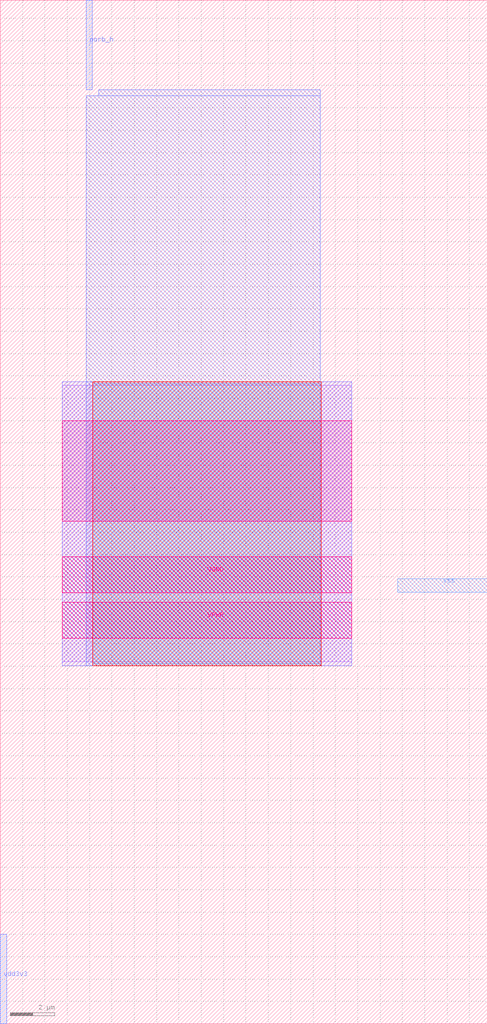
<source format=lef>
VERSION 5.7 ;
  NOWIREEXTENSIONATPIN ON ;
  DIVIDERCHAR "/" ;
  BUSBITCHARS "[]" ;
MACRO simple_por
  CLASS BLOCK ;
  FOREIGN simple_por ;
  ORIGIN 0.000 0.000 ;
  SIZE 21.800 BY 45.820 ;
  PIN porb_h
    DIRECTION OUTPUT TRISTATE ;
    PORT
      LAYER met2 ;
        RECT 3.840 41.820 4.120 45.820 ;
    END
  END porb_h
  PIN vdd3v3
    DIRECTION INPUT ;
    PORT
      LAYER met2 ;
        RECT 0.000 0.000 0.280 4.000 ;
    END
  END vdd3v3
  PIN vss
    DIRECTION INPUT ;
    PORT
      LAYER met3 ;
        RECT 17.800 19.310 21.800 19.910 ;
    END
  END vss
  PIN VPWR
    DIRECTION INPUT ;
    USE POWER ;
    PORT
      LAYER met5 ;
        RECT 2.780 17.260 15.740 18.860 ;
    END
  END VPWR
  PIN VGND
    DIRECTION INPUT ;
    USE GROUND ;
    PORT
      LAYER met5 ;
        RECT 2.780 19.295 15.740 20.895 ;
    END
  END VGND
  OBS
      LAYER li1 ;
        RECT 2.780 16.195 15.740 28.575 ;
      LAYER met1 ;
        RECT 2.780 16.025 15.740 28.745 ;
      LAYER met2 ;
        RECT 4.400 41.540 14.320 41.820 ;
        RECT 3.850 16.025 14.320 41.540 ;
      LAYER met3 ;
        RECT 4.140 16.115 14.380 28.655 ;
      LAYER met4 ;
        RECT 4.140 16.025 14.380 28.745 ;
      LAYER met5 ;
        RECT 2.780 22.495 15.740 27.000 ;
  END
END simple_por
END LIBRARY

</source>
